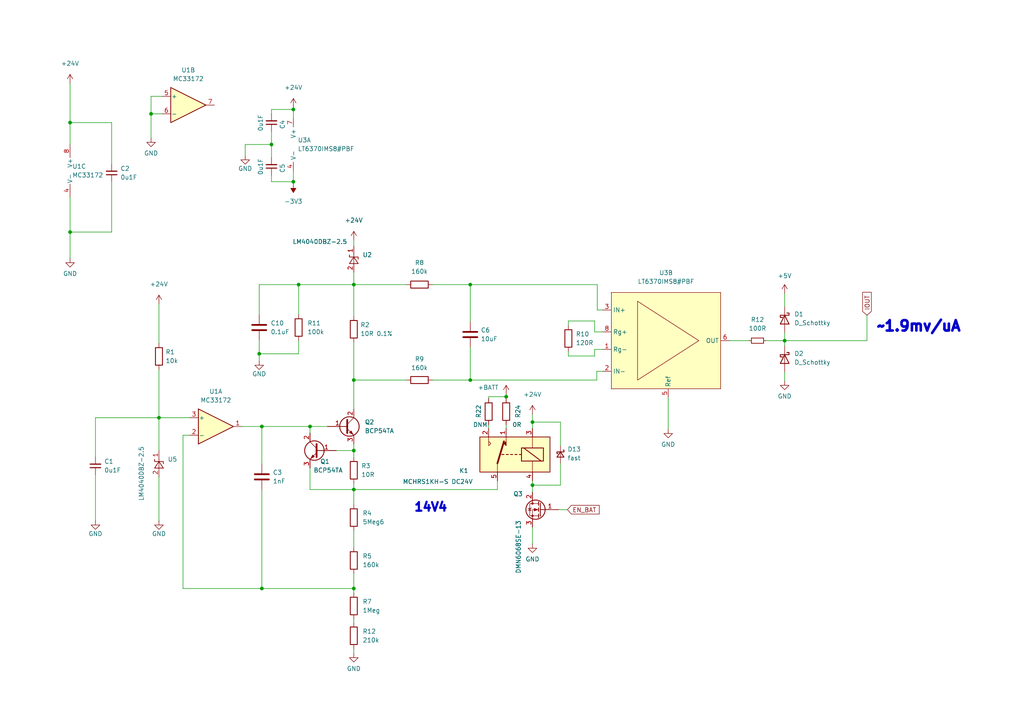
<source format=kicad_sch>
(kicad_sch (version 20231120) (generator "eeschema") (generator_version "8.0")
  (paper "A4")
  (lib_symbols
    (symbol "Amplifier_Operational:MC33172" (pin_names (offset 0.127))
      (property "Reference" "U" (at 0 5.08 0))
      (property "Value" "MC33172" (at 0 -5.08 0))
      (symbol "MC33172_1_1"
        (polyline (pts (xy -5.08 5.08) (xy 5.08 0) (xy -5.08 -5.08) (xy -5.08 5.08)) (stroke (width 0.254)) (fill (type background)))
        (pin output line (at 7.62 0 180) (length 2.54) (name "~") (number "1"))
        (pin input line (at -7.62 -2.54 0) (length 2.54) (name "-") (number "2"))
        (pin input line (at -7.62 2.54 0) (length 2.54) (name "+") (number "3"))
      )
      (symbol "MC33172_2_1"
        (polyline (pts (xy -5.08 5.08) (xy 5.08 0) (xy -5.08 -5.08) (xy -5.08 5.08)) (stroke (width 0.254)) (fill (type background)))
        (pin input line (at -7.62 2.54 0) (length 2.54) (name "+") (number "5"))
        (pin input line (at -7.62 -2.54 0) (length 2.54) (name "-") (number "6"))
        (pin output line (at 7.62 0 180) (length 2.54) (name "~") (number "7"))
      )
      (symbol "MC33172_3_1"
        (pin power_in line (at -2.54 -7.62 90) (length 3.81) (name "V-") (number "4"))
        (pin power_in line (at -2.54 7.62 270) (length 3.81) (name "V+") (number "8"))
      )
    )
    (symbol "Device:C" (pin_numbers hide) (pin_names (offset 0.254))
      (property "Reference" "C" (at 0.635 2.54 0))
      (property "Value" "C" (at 0.635 -2.54 0))
      (symbol "C_0_1"
        (polyline (pts (xy -2.032 -0.762) (xy 2.032 -0.762)) (stroke (width 0.508)))
        (polyline (pts (xy -2.032 0.762) (xy 2.032 0.762)) (stroke (width 0.508)))
      )
      (symbol "C_1_1"
        (pin passive line (at 0 3.81 270) (length 2.794) (name "~") (number "1"))
        (pin passive line (at 0 -3.81 90) (length 2.794) (name "~") (number "2"))
      )
    )
    (symbol "Device:C_Small" (pin_numbers hide) (pin_names (offset 0.254) hide)
      (property "Reference" "C" (at 0.254 1.778 0))
      (property "Value" "C_Small" (at 0.254 -2.032 0))
      (symbol "C_Small_0_1"
        (polyline (pts (xy -1.524 -0.508) (xy 1.524 -0.508)) (stroke (width 0.3302)))
        (polyline (pts (xy -1.524 0.508) (xy 1.524 0.508)) (stroke (width 0.3048)))
      )
      (symbol "C_Small_1_1"
        (pin passive line (at 0 2.54 270) (length 2.032) (name "~") (number "1"))
        (pin passive line (at 0 -2.54 90) (length 2.032) (name "~") (number "2"))
      )
    )
    (symbol "Device:D_Schottky" (pin_numbers hide) (pin_names (offset 1.016) hide)
      (property "Reference" "D" (at 0 2.54 0))
      (property "Value" "D_Schottky" (at 0 -2.54 0))
      (symbol "D_Schottky_0_1"
        (polyline (pts (xy 1.27 0) (xy -1.27 0)))
        (polyline (pts (xy 1.27 1.27) (xy 1.27 -1.27) (xy -1.27 0) (xy 1.27 1.27)) (stroke (width 0.254)))
        (polyline (pts (xy -1.905 0.635) (xy -1.905 1.27) (xy -1.27 1.27) (xy -1.27 -1.27) (xy -0.635 -1.27) (xy -0.635 -0.635)) (stroke (width 0.254)))
      )
      (symbol "D_Schottky_1_1"
        (pin passive line (at -3.81 0 0) (length 2.54) (name "K") (number "1"))
        (pin passive line (at 3.81 0 180) (length 2.54) (name "A") (number "2"))
      )
    )
    (symbol "Device:D_Schottky_Small" (pin_numbers hide) (pin_names (offset 0.254) hide)
      (property "Reference" "D" (at -1.27 2.032 0))
      (property "Value" "D_Schottky_Small" (at -7.112 -2.032 0))
      (symbol "D_Schottky_Small_0_1"
        (polyline (pts (xy -0.762 0) (xy 0.762 0)))
        (polyline (pts (xy 0.762 -1.016) (xy -0.762 0) (xy 0.762 1.016) (xy 0.762 -1.016)) (stroke (width 0.254)))
        (polyline (pts (xy -1.27 0.762) (xy -1.27 1.016) (xy -0.762 1.016) (xy -0.762 -1.016) (xy -0.254 -1.016) (xy -0.254 -0.762)) (stroke (width 0.254)))
      )
      (symbol "D_Schottky_Small_1_1"
        (pin passive line (at -2.54 0 0) (length 1.778) (name "K") (number "1"))
        (pin passive line (at 2.54 0 180) (length 1.778) (name "A") (number "2"))
      )
    )
    (symbol "Device:R" (pin_numbers hide) (pin_names (offset 0))
      (property "Reference" "R" (at 2.032 0 90))
      (property "Value" "R" (at 0 0 90))
      (symbol "R_0_1"
        (rectangle (start -1.016 -2.54) (end 1.016 2.54) (stroke (width 0.254)))
      )
      (symbol "R_1_1"
        (pin passive line (at 0 3.81 270) (length 1.27) (name "~") (number "1"))
        (pin passive line (at 0 -3.81 90) (length 1.27) (name "~") (number "2"))
      )
    )
    (symbol "Device:R_Small" (pin_numbers hide) (pin_names (offset 0.254) hide)
      (property "Reference" "R" (at 0.762 0.508 0))
      (property "Value" "R_Small" (at 0.762 -1.016 0))
      (symbol "R_Small_0_1"
        (rectangle (start -0.762 1.778) (end 0.762 -1.778) (stroke (width 0.2032)))
      )
      (symbol "R_Small_1_1"
        (pin passive line (at 0 2.54 270) (length 0.762) (name "~") (number "1"))
        (pin passive line (at 0 -2.54 90) (length 0.762) (name "~") (number "2"))
      )
    )
    (symbol "GND_1" (power) (pin_names (offset 0))
      (property "Value" "GND_1" (at 0 -3.81 0))
      (symbol "GND_1_0_1"
        (polyline (pts (xy 0 0) (xy 0 -1.27) (xy 1.27 -1.27) (xy 0 -2.54) (xy -1.27 -1.27) (xy 0 -1.27)))
      )
      (symbol "GND_1_1_1"
        (pin power_in line (at 0 0 270) (length 0) hide (name "GND") (number "1"))
      )
    )
    (symbol "GND_2" (power) (pin_names (offset 0))
      (property "Value" "GND_2" (at 0 -3.81 0))
      (symbol "GND_2_0_1"
        (polyline (pts (xy 0 0) (xy 0 -1.27) (xy 1.27 -1.27) (xy 0 -2.54) (xy -1.27 -1.27) (xy 0 -1.27)))
      )
      (symbol "GND_2_1_1"
        (pin power_in line (at 0 0 270) (length 0) hide (name "GND") (number "1"))
      )
    )
    (symbol "MySymbols:LT6370IMS8#PBF"
      (property "Reference" "U" (at 2.54 17.78 0))
      (property "Value" "LT6370IMS8#PBF" (at 1.27 20.32 0))
      (symbol "LT6370IMS8#PBF_1_1"
        (pin input line (at 0 -7.62 90) (length 2.54) (name "V-") (number "4"))
        (pin input line (at 0 7.62 270) (length 2.54) (name "V+") (number "7"))
      )
      (symbol "LT6370IMS8#PBF_2_1"
        (rectangle (start -16.51 13.97) (end 15.24 -13.97) (fill (type background)))
        (polyline (pts (xy -8.89 11.43) (xy -8.89 -11.43) (xy 8.89 0) (xy -8.89 11.43)))
        (pin input line (at -19.05 -2.54 0) (length 2.54) (name "Rg-") (number "1"))
        (pin input line (at -19.05 -8.89 0) (length 2.54) (name "IN-") (number "2"))
        (pin input line (at -19.05 8.89 0) (length 2.54) (name "IN+") (number "3"))
        (pin input line (at 0 -16.51 90) (length 2.54) (name "Ref") (number "5"))
        (pin input line (at 17.78 0 180) (length 2.54) (name "OUT") (number "6"))
        (pin input line (at -19.05 2.54 0) (length 2.54) (name "Rg+") (number "8"))
      )
    )
    (symbol "Reference_Voltage:LM4040DBZ-2.5" (pin_names (offset 0.0254) hide)
      (property "Reference" "U" (at 0 2.54 0))
      (property "Value" "LM4040DBZ-2.5" (at 0 -3.175 0))
      (symbol "LM4040DBZ-2.5_0_1"
        (polyline (pts (xy -1.27 0) (xy 0 0) (xy 1.27 0)))
        (polyline (pts (xy -1.27 -1.27) (xy 0.635 0) (xy -1.27 1.27) (xy -1.27 -1.27)) (stroke (width 0.2032)))
        (polyline (pts (xy 0 -1.27) (xy 0.635 -1.27) (xy 0.635 1.27) (xy 1.27 1.27)) (stroke (width 0.2032)))
      )
      (symbol "LM4040DBZ-2.5_1_1"
        (pin passive line (at 3.81 0 180) (length 2.54) (name "K") (number "1"))
        (pin passive line (at -3.81 0 0) (length 2.54) (name "A") (number "2"))
      )
    )
    (symbol "Relay_SPDT_1"
      (property "Reference" "K3" (at 2.921 -12.192 0))
      (property "Value" "MCHRS1KH-S DC24V" (at 2.921 -14.732 0))
      (symbol "Relay_SPDT_1_0_0"
        (polyline (pts (xy 7.62 5.08) (xy 7.62 2.54) (xy 6.985 3.175) (xy 7.62 3.81)))
      )
      (symbol "Relay_SPDT_1_0_1"
        (rectangle (start -10.16 5.08) (end 10.16 -5.08) (stroke (width 0.254)) (fill (type background)))
        (rectangle (start -8.255 1.905) (end -1.905 -1.905) (stroke (width 0.254)))
        (polyline (pts (xy -7.62 -1.905) (xy -2.54 1.905)) (stroke (width 0.254)))
        (polyline (pts (xy -5.08 -5.08) (xy -5.08 -1.905)))
        (polyline (pts (xy -5.08 5.08) (xy -5.08 1.905)))
        (polyline (pts (xy -1.905 0) (xy -1.27 0)) (stroke (width 0.254)))
        (polyline (pts (xy -0.635 0) (xy 0 0)) (stroke (width 0.254)))
        (polyline (pts (xy 0.635 0) (xy 1.27 0)) (stroke (width 0.254)))
        (polyline (pts (xy 1.905 0) (xy 2.54 0)) (stroke (width 0.254)))
        (polyline (pts (xy 3.175 0) (xy 3.81 0)) (stroke (width 0.254)))
        (polyline (pts (xy 5.08 -2.54) (xy 3.175 3.81)) (stroke (width 0.508)))
        (polyline (pts (xy 5.08 -2.54) (xy 5.08 -5.08)))
        (polyline (pts (xy 2.54 5.08) (xy 2.54 2.54) (xy 3.175 3.175) (xy 2.54 3.81)) (fill (type outline)))
      )
      (symbol "Relay_SPDT_1_1_1"
        (pin passive line (at 2.54 7.62 270) (length 2.54) (name "~") (number "1"))
        (pin passive line (at 7.62 7.62 270) (length 2.54) (name "~") (number "2"))
        (pin passive line (at -5.08 7.62 270) (length 2.54) (name "") (number "3"))
        (pin passive line (at -5.08 -7.62 90) (length 2.54) (name "~") (number "4"))
        (pin passive line (at 5.08 -7.62 90) (length 2.54) (name "~") (number "5"))
      )
    )
    (symbol "Transistor_BJT:BCP56" (pin_names (offset 0) hide)
      (property "Reference" "Q" (at 5.08 1.905 0))
      (property "Value" "BCP56" (at 5.08 0 0))
      (symbol "BCP56_0_1"
        (polyline (pts (xy 0.635 0.635) (xy 2.54 2.54)))
        (polyline (pts (xy 0.635 -0.635) (xy 2.54 -2.54) (xy 2.54 -2.54)))
        (polyline (pts (xy 0.635 1.905) (xy 0.635 -1.905) (xy 0.635 -1.905)) (stroke (width 0.508)))
        (polyline (pts (xy 1.27 -1.778) (xy 1.778 -1.27) (xy 2.286 -2.286) (xy 1.27 -1.778) (xy 1.27 -1.778)) (fill (type outline)))
        (circle (center 1.27 0) (radius 2.8194) (stroke (width 0.254)))
      )
      (symbol "BCP56_1_1"
        (pin input line (at -5.08 0 0) (length 5.715) (name "B") (number "1"))
        (pin passive line (at 2.54 5.08 270) (length 2.54) (name "C") (number "2"))
        (pin passive line (at 2.54 -5.08 90) (length 2.54) (name "E") (number "3"))
        (pin passive line (at 2.54 5.08 270) (length 2.54) hide (name "C") (number "4"))
      )
    )
    (symbol "Transistor_FET:BSP129" (pin_names hide)
      (property "Reference" "Q" (at 5.08 1.905 0))
      (property "Value" "BSP129" (at 5.08 0 0))
      (symbol "BSP129_0_1"
        (polyline (pts (xy 0.254 0) (xy -2.54 0)))
        (polyline (pts (xy 0.254 1.905) (xy 0.254 -1.905)) (stroke (width 0.254)))
        (polyline (pts (xy 0.762 -1.27) (xy 0.762 -2.286)) (stroke (width 0.254)))
        (polyline (pts (xy 0.762 0.508) (xy 0.762 -0.508)) (stroke (width 0.254)))
        (polyline (pts (xy 0.762 2.286) (xy 0.762 1.27)) (stroke (width 0.254)))
        (polyline (pts (xy 2.54 2.54) (xy 2.54 1.778)))
        (polyline (pts (xy 2.54 -2.54) (xy 2.54 0) (xy 0.762 0)))
        (polyline (pts (xy 0.762 -1.778) (xy 3.302 -1.778) (xy 3.302 1.778) (xy 0.762 1.778)))
        (polyline (pts (xy 1.016 0) (xy 2.032 0.381) (xy 2.032 -0.381) (xy 1.016 0)) (fill (type outline)))
        (polyline (pts (xy 2.794 0.508) (xy 2.921 0.381) (xy 3.683 0.381) (xy 3.81 0.254)))
        (polyline (pts (xy 3.302 0.381) (xy 2.921 -0.254) (xy 3.683 -0.254) (xy 3.302 0.381)))
        (circle (center 1.651 0) (radius 2.794) (stroke (width 0.254)))
        (circle (center 2.54 -1.778) (radius 0.254) (fill (type outline)))
        (circle (center 2.54 1.778) (radius 0.254) (fill (type outline)))
      )
      (symbol "BSP129_1_1"
        (pin input line (at -5.08 0 0) (length 5.08) (name "G") (number "1"))
        (pin passive line (at 2.54 5.08 270) (length 2.54) (name "D") (number "2"))
        (pin passive line (at 2.54 -5.08 90) (length 2.54) (name "S") (number "3"))
      )
    )
    (symbol "power:+24V" (power) (pin_names (offset 0))
      (property "Value" "+24V" (at 0 3.556 0))
      (symbol "+24V_0_1"
        (polyline (pts (xy -0.762 1.27) (xy 0 2.54)))
        (polyline (pts (xy 0 0) (xy 0 2.54)))
        (polyline (pts (xy 0 2.54) (xy 0.762 1.27)))
      )
      (symbol "+24V_1_1"
        (pin power_in line (at 0 0 90) (length 0) hide (name "+24V") (number "1"))
      )
    )
    (symbol "power:+5V" (power) (pin_numbers hide) (pin_names (offset 0) hide)
      (property "Value" "+5V" (at 0 3.556 0))
      (symbol "+5V_0_1"
        (polyline (pts (xy -0.762 1.27) (xy 0 2.54)))
        (polyline (pts (xy 0 0) (xy 0 2.54)))
        (polyline (pts (xy 0 2.54) (xy 0.762 1.27)))
      )
      (symbol "+5V_1_1"
        (pin power_in line (at 0 0 90) (length 0) (name "~") (number "1"))
      )
    )
    (symbol "power:+BATT" (power) (pin_names (offset 0))
      (property "Value" "+BATT" (at 0 3.556 0))
      (symbol "+BATT_0_1"
        (polyline (pts (xy -0.762 1.27) (xy 0 2.54)))
        (polyline (pts (xy 0 0) (xy 0 2.54)))
        (polyline (pts (xy 0 2.54) (xy 0.762 1.27)))
      )
      (symbol "+BATT_1_1"
        (pin power_in line (at 0 0 90) (length 0) hide (name "+BATT") (number "1"))
      )
    )
    (symbol "power:-3V3" (power) (pin_names (offset 0))
      (property "Value" "-3V3" (at 0 3.81 0))
      (symbol "-3V3_0_0"
        (pin power_in line (at 0 0 90) (length 0) hide (name "-3V3") (number "1"))
      )
      (symbol "-3V3_0_1"
        (polyline (pts (xy 0 0) (xy 0 1.27) (xy 0.762 1.27) (xy 0 2.54) (xy -0.762 1.27) (xy 0 1.27)) (fill (type outline)))
      )
    )
    (symbol "power:GND" (power) (pin_names (offset 0))
      (property "Value" "GND" (at 0 -3.81 0))
      (symbol "GND_0_1"
        (polyline (pts (xy 0 0) (xy 0 -1.27) (xy 1.27 -1.27) (xy 0 -2.54) (xy -1.27 -1.27) (xy 0 -1.27)))
      )
      (symbol "GND_1_1"
        (pin power_in line (at 0 0 270) (length 0) hide (name "GND") (number "1"))
      )
    )
  )
  (junction (at 75.946 123.698))
  (junction (at 75.946 170.688))
  (junction (at 75.184 102.616))
  (junction (at 85.09 31.75))
  (junction (at 102.616 170.688))
  (junction (at 46.101 121.158))
  (junction (at 154.432 122.428))
  (junction (at 86.614 82.55))
  (junction (at 102.616 110.236))
  (junction (at 154.432 140.716))
  (junction (at 78.74 41.91))
  (junction (at 89.916 123.698))
  (junction (at 136.398 82.55))
  (junction (at 102.616 82.55))
  (junction (at 227.584 98.806))
  (junction (at 136.398 110.236))
  (junction (at 85.09 52.705))
  (junction (at 20.32 67.31))
  (junction (at 146.812 115.062))
  (junction (at 43.815 33.02))
  (junction (at 102.616 130.683))
  (junction (at 102.616 141.986))
  (junction (at 20.32 35.56))
  (wire (pts (xy 102.616 153.924) (xy 102.616 158.75)))
  (wire (pts (xy 227.584 107.95) (xy 227.584 110.49)))
  (wire (pts (xy 53.086 170.688) (xy 75.946 170.688)))
  (wire (pts (xy 136.398 110.363) (xy 136.398 110.236)))
  (wire (pts (xy 193.802 115.316) (xy 193.802 124.46)))
  (wire (pts (xy 46.101 88.138) (xy 46.101 99.568)))
  (wire (pts (xy 75.184 91.186) (xy 75.184 82.55)))
  (wire (pts (xy 32.385 35.56) (xy 32.385 47.625)))
  (wire (pts (xy 75.184 98.806) (xy 75.184 102.616)))
  (wire (pts (xy 154.432 122.428) (xy 162.56 122.428)))
  (wire (pts (xy 97.536 130.683) (xy 102.616 130.683)))
  (wire (pts (xy 89.916 135.763) (xy 89.916 141.986)))
  (wire (pts (xy 125.476 82.55) (xy 136.398 82.55)))
  (wire (pts (xy 102.616 141.986) (xy 144.272 141.986)))
  (wire (pts (xy 53.086 126.238) (xy 53.086 170.688)))
  (wire (pts (xy 102.616 188.214) (xy 102.616 189.484)))
  (wire (pts (xy 20.32 24.13) (xy 20.32 35.56)))
  (wire (pts (xy 102.616 170.688) (xy 102.616 171.958)))
  (wire (pts (xy 141.732 123.19) (xy 141.732 124.206)))
  (wire (pts (xy 125.476 110.236) (xy 136.398 110.236)))
  (wire (pts (xy 78.74 31.75) (xy 85.09 31.75)))
  (wire (pts (xy 94.996 123.698) (xy 89.916 123.698)))
  (wire (pts (xy 227.584 96.52) (xy 227.584 98.806)))
  (wire (pts (xy 154.432 142.748) (xy 154.432 140.716)))
  (wire (pts (xy 75.184 82.55) (xy 86.614 82.55)))
  (wire (pts (xy 172.466 103.251) (xy 164.846 103.251)))
  (wire (pts (xy 251.46 91.44) (xy 251.46 98.806)))
  (wire (pts (xy 89.916 141.986) (xy 102.616 141.986)))
  (wire (pts (xy 102.616 110.236) (xy 102.616 118.618)))
  (wire (pts (xy 43.815 33.02) (xy 46.99 33.02)))
  (wire (pts (xy 71.12 45.085) (xy 71.12 41.91)))
  (wire (pts (xy 78.74 41.91) (xy 78.74 45.72)))
  (wire (pts (xy 102.616 166.37) (xy 102.616 170.688)))
  (wire (pts (xy 172.466 101.346) (xy 172.466 103.251)))
  (wire (pts (xy 86.614 98.806) (xy 86.614 102.616)))
  (wire (pts (xy 154.432 122.428) (xy 154.432 124.206)))
  (wire (pts (xy 75.946 170.688) (xy 102.616 170.688)))
  (wire (pts (xy 102.616 78.994) (xy 102.616 82.55)))
  (wire (pts (xy 43.815 27.94) (xy 43.815 33.02)))
  (wire (pts (xy 75.946 123.698) (xy 89.916 123.698)))
  (wire (pts (xy 102.616 128.778) (xy 102.616 130.683)))
  (wire (pts (xy 78.74 52.705) (xy 85.09 52.705)))
  (wire (pts (xy 172.466 93.091) (xy 164.846 93.091)))
  (wire (pts (xy 154.432 140.716) (xy 162.56 140.716)))
  (wire (pts (xy 20.32 57.15) (xy 20.32 67.31)))
  (wire (pts (xy 211.582 98.806) (xy 217.17 98.806)))
  (wire (pts (xy 78.74 50.8) (xy 78.74 52.705)))
  (wire (pts (xy 53.086 126.238) (xy 54.991 126.238)))
  (wire (pts (xy 136.398 82.55) (xy 173.228 82.55)))
  (wire (pts (xy 75.184 102.616) (xy 75.184 104.648)))
  (wire (pts (xy 102.616 82.55) (xy 102.616 91.694)))
  (wire (pts (xy 102.616 99.314) (xy 102.616 110.236)))
  (wire (pts (xy 173.228 89.916) (xy 173.228 82.55)))
  (wire (pts (xy 146.812 115.062) (xy 146.812 115.57)))
  (wire (pts (xy 20.32 35.56) (xy 32.385 35.56)))
  (wire (pts (xy 172.466 96.266) (xy 172.466 93.091)))
  (wire (pts (xy 141.732 115.062) (xy 146.812 115.062)))
  (wire (pts (xy 162.052 147.828) (xy 164.592 147.828)))
  (wire (pts (xy 162.56 134.366) (xy 162.56 140.716)))
  (wire (pts (xy 46.101 121.158) (xy 54.991 121.158)))
  (wire (pts (xy 46.99 27.94) (xy 43.815 27.94)))
  (wire (pts (xy 174.752 89.916) (xy 173.228 89.916)))
  (wire (pts (xy 46.101 138.303) (xy 46.101 151.003)))
  (wire (pts (xy 164.846 103.251) (xy 164.846 101.981)))
  (wire (pts (xy 78.74 33.02) (xy 78.74 31.75)))
  (wire (pts (xy 102.616 82.55) (xy 117.856 82.55)))
  (wire (pts (xy 172.466 101.346) (xy 174.752 101.346)))
  (wire (pts (xy 75.946 123.698) (xy 75.946 134.493)))
  (wire (pts (xy 227.584 98.806) (xy 251.46 98.806)))
  (wire (pts (xy 43.815 33.02) (xy 43.815 40.005)))
  (wire (pts (xy 102.616 141.986) (xy 102.616 146.304)))
  (wire (pts (xy 27.686 121.158) (xy 46.101 121.158)))
  (wire (pts (xy 78.74 38.1) (xy 78.74 41.91)))
  (wire (pts (xy 20.32 67.31) (xy 20.32 74.93)))
  (wire (pts (xy 85.09 49.53) (xy 85.09 52.705)))
  (wire (pts (xy 154.432 140.716) (xy 154.432 139.446)))
  (wire (pts (xy 70.231 123.698) (xy 75.946 123.698)))
  (wire (pts (xy 86.614 82.55) (xy 86.614 91.186)))
  (wire (pts (xy 154.432 152.908) (xy 154.432 157.734)))
  (wire (pts (xy 136.398 82.55) (xy 136.398 93.218)))
  (wire (pts (xy 102.616 69.624) (xy 102.616 71.374)))
  (wire (pts (xy 85.09 53.34) (xy 85.09 52.705)))
  (wire (pts (xy 27.686 137.668) (xy 27.686 151.003)))
  (wire (pts (xy 20.32 67.31) (xy 32.385 67.31)))
  (wire (pts (xy 102.616 110.236) (xy 117.856 110.236)))
  (wire (pts (xy 46.101 107.188) (xy 46.101 121.158)))
  (wire (pts (xy 174.752 107.696) (xy 173.101 107.696)))
  (wire (pts (xy 136.398 110.236) (xy 173.101 110.236)))
  (wire (pts (xy 162.56 129.286) (xy 162.56 122.428)))
  (wire (pts (xy 146.812 114.3) (xy 146.812 115.062)))
  (wire (pts (xy 144.272 139.446) (xy 144.272 141.986)))
  (wire (pts (xy 174.752 96.266) (xy 172.466 96.266)))
  (wire (pts (xy 89.916 123.698) (xy 89.916 125.603)))
  (wire (pts (xy 227.584 98.806) (xy 227.584 100.33)))
  (wire (pts (xy 46.101 121.158) (xy 46.101 130.683)))
  (wire (pts (xy 136.398 100.838) (xy 136.398 110.236)))
  (wire (pts (xy 102.616 179.578) (xy 102.616 180.594)))
  (wire (pts (xy 86.614 82.55) (xy 102.616 82.55)))
  (wire (pts (xy 154.432 120.142) (xy 154.432 122.428)))
  (wire (pts (xy 27.686 132.588) (xy 27.686 121.158)))
  (wire (pts (xy 227.584 85.09) (xy 227.584 88.9)))
  (wire (pts (xy 32.385 67.31) (xy 32.385 52.705)))
  (wire (pts (xy 75.946 142.113) (xy 75.946 170.688)))
  (wire (pts (xy 102.616 141.986) (xy 102.616 140.208)))
  (wire (pts (xy 164.846 93.091) (xy 164.846 94.361)))
  (wire (pts (xy 85.09 31.75) (xy 85.09 34.29)))
  (wire (pts (xy 20.32 35.56) (xy 20.32 41.91)))
  (wire (pts (xy 173.101 107.696) (xy 173.101 110.236)))
  (wire (pts (xy 71.12 41.91) (xy 78.74 41.91)))
  (wire (pts (xy 222.25 98.806) (xy 227.584 98.806)))
  (wire (pts (xy 86.614 102.616) (xy 75.184 102.616)))
  (wire (pts (xy 102.616 130.683) (xy 102.616 132.588)))
  (wire (pts (xy 146.812 123.19) (xy 146.812 124.206)))
  (wire (pts (xy 85.09 31.115) (xy 85.09 31.75)))
  (wire (pts (xy 141.732 115.57) (xy 141.732 115.062)))
  (text "14V4" (at 119.888 148.717 0) (effects (font (size 2.5 2.5) (thickness 1) (bold yes)) (justify left bottom)))
  (text "~1.9mv/uA" (at 254 96.52 0) (effects (font (size 3 3) (thickness 1) (bold yes)) (justify left bottom)))
  (global_label "IOUT" (shape input) (at 251.46 91.44 90) (property "Intersheetrefs" "${INTERSHEET_REFS}" (effects (hide yes))))
  (global_label "EN_BAT" (shape input) (at 164.592 147.828 0) (property "Intersheetrefs" "${INTERSHEET_REFS}" (effects (hide yes))))
  (symbol (lib_id "Transistor_BJT:BCP56") (at 92.456 130.683 0) (mirror y) (unit 1)
    (property "Reference" "Q1" (at 95.631 133.858 0) (effects (justify left)))
    (property "Value" "BCP54TA" (at 99.441 136.398 0) (effects (justify left)))
    (property "Footprint" "Package_TO_SOT_SMD:SOT-223-3_TabPin2" (effects (hide yes)))
    (property "Datasheet" "https://4donline.ihs.com/images/VipMasterIC/IC/DIOD/DIOD-S-A0011743495/DIOD-S-A0011743496-1.pdf?hkey=6D3A4C79FDBF58556ACFDE234799DDF0" (effects (hide yes)))
    (property "FARNELL" "3943121" (effects (hide yes)))
  )
  (symbol (lib_id "Reference_Voltage:LM4040DBZ-2.5") (at 102.616 75.184 90) (unit 1)
    (property "Reference" "U2" (at 105.156 73.914 90) (effects (justify right)))
    (property "Value" "LM4040DBZ-2.5" (at 84.836 70.104 90) (effects (justify right)))
    (property "Footprint" "Package_TO_SOT_SMD:SOT-23" (effects (hide yes)))
    (property "Datasheet" "http://www.ti.com/lit/ds/symlink/lm4040-n.pdf" (effects (hide yes)))
    (instances (project "CurrentBoard" (path "" (reference "U2") (unit 1))) (project "TestBoardArduino" (path "" (reference "U4") (unit 1))))
  )
  (symbol (lib_id "Device:C") (at 136.398 97.028 0) (unit 1)
    (property "Reference" "C6" (at 139.446 95.758 0) (effects (justify left)))
    (property "Value" "10uF" (at 139.446 98.298 0) (effects (justify left)))
    (property "Footprint" "Capacitor_SMD:C_0805_2012Metric_Pad1.18x1.45mm_HandSolder" (effects (hide yes)))
    (property "FARNELL" "2611936" (effects (hide yes)))
    (instances (project "CurrentBoard" (path "" (reference "C6") (unit 1))) (project "TestBoardArduino" (path "" (reference "C7") (unit 1))))
  )
  (symbol (lib_id "MySymbols:LT6370IMS8#PBF") (at 85.09 41.91 0) (unit 1)
    (property "Reference" "U3" (at 86.36 40.6399 0) (effects (justify left)))
    (property "Value" "LT6370IMS8#PBF" (at 86.36 43.1799 0) (effects (justify left)))
    (property "Footprint" "Package_SO:TSSOP-8_3x3mm_P0.65mm" (effects (hide yes)))
    (property "Farnell" "4021091" (effects (hide yes)))
  )
  (symbol (lib_id "Amplifier_Operational:MC33172") (at 54.61 30.48 0) (unit 2)
    (property "Reference" "U1" (at 54.61 20.32 0))
    (property "Value" "MC33172" (at 54.61 22.86 0))
    (property "Footprint" "Package_SO:SO-8_3.9x4.9mm_P1.27mm" (effects (hide yes)))
    (property "Datasheet" "http://www.onsemi.com/pub/Collateral/MC33171-D.PDF" (effects (hide yes)))
    (property "Farnell" "3367318" (effects (hide yes)))
  )
  (symbol (lib_id "Transistor_FET:BSP129") (at 156.972 147.828 0) (mirror y) (unit 1)
    (property "Reference" "Q3" (at 151.638 143.256 0) (effects (justify left)))
    (property "Value" "DMN6068SE-13" (at 150.368 166.37 90) (effects (justify left)))
    (property "Footprint" "Package_TO_SOT_SMD:SOT-223-3_TabPin2" (effects (hide yes)))
    (property "Datasheet" "https://www.infineon.com/dgdl/Infineon-BSP129-DS-v01_42-en.pdf?fileId=db3a30433c1a8752013c1fc296d2395f" (effects (hide yes)))
    (property "Description" "0.35A Id, 240V Vds, N-Channel MOSFET, SOT-223" (effects (hide yes)))
  )
  (symbol (lib_name "GND_2") (lib_id "power:GND") (at 20.32 74.93 0) (unit 1)
    (property "Reference" "#PWR0107" (effects (hide yes)))
    (property "Value" "GND" (at 20.32 79.375 0))
    (instances (project "CurrentBoard" (path "" (reference "#PWR0107") (unit 1))) (project "TestBoardArduino" (path "" (reference "#PWR02") (unit 1))))
  )
  (symbol (lib_id "Device:C") (at 75.184 94.996 0) (unit 1)
    (property "Reference" "C10" (at 78.486 93.726 0) (effects (justify left)))
    (property "Value" "0.1uF" (at 78.486 96.266 0) (effects (justify left)))
    (property "Footprint" "Capacitor_SMD:C_0805_2012Metric_Pad1.18x1.45mm_HandSolder" (effects (hide yes)))
    (property "FARNELL" "2611936" (effects (hide yes)))
    (instances (project "CurrentBoard" (path "" (reference "C10") (unit 1))) (project "TestBoardArduino" (path "" (reference "C3") (unit 1))))
  )
  (symbol (lib_id "power:-3V3") (at 85.09 53.34 180) (unit 1)
    (property "Reference" "#PWR010" (effects (hide yes)))
    (property "Value" "-3V3" (at 85.09 58.42 0))
  )
  (symbol (lib_id "Device:R") (at 141.732 119.38 0) (unit 1)
    (property "Reference" "R22" (at 138.811 121.285 90) (effects (justify left)))
    (property "Value" "DNM" (at 137.16 123.19 0) (effects (justify left)))
    (property "Footprint" "Resistor_SMD:R_0805_2012Metric_Pad1.20x1.40mm_HandSolder" (effects (hide yes)))
  )
  (symbol (lib_id "power:+24V") (at 85.09 31.115 0) (unit 1)
    (property "Reference" "#PWR0104" (effects (hide yes)))
    (property "Value" "+24V" (at 85.09 25.4 0))
    (instances (project "CurrentBoard" (path "" (reference "#PWR0104") (unit 1))) (project "TestBoardArduino" (path "" (reference "#PWR09") (unit 1))))
  )
  (symbol (lib_id "Device:D_Schottky_Small") (at 162.56 131.826 270) (unit 1)
    (property "Reference" "D13" (at 164.592 130.3019 90) (effects (justify left)))
    (property "Value" "fast" (at 164.592 132.8419 90) (effects (justify left)))
    (property "Footprint" "Diode_SMD:D_SOD-128" (effects (hide yes)))
    (property "Farnell" "1829204" (effects (hide yes)))
  )
  (symbol (lib_id "power:+24V") (at 20.32 24.13 0) (unit 1)
    (property "Reference" "#PWR0108" (effects (hide yes)))
    (property "Value" "+24V" (at 20.32 18.415 0))
    (instances (project "CurrentBoard" (path "" (reference "#PWR0108") (unit 1))) (project "TestBoardArduino" (path "" (reference "#PWR01") (unit 1))))
  )
  (symbol (lib_id "Device:R") (at 146.812 119.38 0) (unit 1)
    (property "Reference" "R24" (at 150.241 121.285 90) (effects (justify left)))
    (property "Value" "0R" (at 148.59 123.19 0) (effects (justify left)))
    (property "Footprint" "Resistor_SMD:R_0805_2012Metric_Pad1.20x1.40mm_HandSolder" (effects (hide yes)))
  )
  (symbol (lib_id "power:GND") (at 75.184 104.648 0) (unit 1)
    (property "Reference" "#PWR02" (effects (hide yes)))
    (property "Value" "GND" (at 75.184 108.458 0))
    (instances (project "CurrentBoard" (path "" (reference "#PWR02") (unit 1))) (project "TestBoardArduino" (path "" (reference "#PWR08") (unit 1))))
  )
  (symbol (lib_id "power:GND") (at 71.12 45.085 0) (unit 1)
    (property "Reference" "#PWR0101" (effects (hide yes)))
    (property "Value" "GND" (at 71.12 48.895 0))
    (instances (project "CurrentBoard" (path "" (reference "#PWR0101") (unit 1))) (project "TestBoardArduino" (path "" (reference "#PWR07") (unit 1))))
  )
  (symbol (lib_id "Device:C") (at 75.946 138.303 0) (unit 1)
    (property "Reference" "C3" (at 79.121 137.0329 0) (effects (justify left)))
    (property "Value" "1nF" (at 79.121 139.5729 0) (effects (justify left)))
    (property "Footprint" "Capacitor_SMD:C_0805_2012Metric_Pad1.18x1.45mm_HandSolder" (effects (hide yes)))
    (instances (project "CurrentBoard" (path "" (reference "C3") (unit 1))) (project "TestBoardArduino" (path "" (reference "C4") (unit 1))))
  )
  (symbol (lib_id "Device:R") (at 102.616 175.768 0) (unit 1)
    (property "Reference" "R7" (at 105.156 174.498 0) (effects (justify left)))
    (property "Value" "1Meg" (at 105.156 177.038 0) (effects (justify left)))
    (property "Footprint" "Resistor_SMD:R_0805_2012Metric_Pad1.20x1.40mm_HandSolder" (effects (hide yes)))
  )
  (symbol (lib_id "power:GND") (at 193.802 124.46 0) (unit 1)
    (property "Reference" "#PWR0111" (effects (hide yes)))
    (property "Value" "GND" (at 193.802 128.905 0))
    (instances (project "CurrentBoard" (path "" (reference "#PWR0111") (unit 1))) (project "TestBoardArduino" (path "" (reference "#PWR016") (unit 1))))
  )
  (symbol (lib_id "MySymbols:LT6370IMS8#PBF") (at 193.802 98.806 0) (unit 2)
    (property "Reference" "U3" (at 193.167 79.121 0))
    (property "Value" "LT6370IMS8#PBF" (at 193.167 81.661 0))
    (property "Footprint" "Package_SO:TSSOP-8_3x3mm_P0.65mm" (effects (hide yes)))
    (property "Farnell" "4021091" (effects (hide yes)))
  )
  (symbol (lib_id "Device:R") (at 121.666 110.236 90) (unit 1)
    (property "Reference" "R9" (at 121.666 104.14 90))
    (property "Value" "160k" (at 121.666 106.68 90))
    (property "Footprint" "Resistor_SMD:R_0805_2012Metric_Pad1.20x1.40mm_HandSolder" (effects (hide yes)))
    (property "FARNELL" "2447640" (effects (hide yes)))
    (instances (project "CurrentBoard" (path "" (reference "R9") (unit 1))) (project "TestBoardArduino" (path "" (reference "R10") (unit 1))))
  )
  (symbol (lib_id "Transistor_BJT:BCP56") (at 100.076 123.698 0) (unit 1)
    (property "Reference" "Q2" (at 105.791 122.4279 0) (effects (justify left)))
    (property "Value" "BCP54TA" (at 105.791 124.9679 0) (effects (justify left)))
    (property "Footprint" "Package_TO_SOT_SMD:SOT-223-3_TabPin2" (effects (hide yes)))
    (property "Datasheet" "https://4donline.ihs.com/images/VipMasterIC/IC/DIOD/DIOD-S-A0011743495/DIOD-S-A0011743496-1.pdf?hkey=6D3A4C79FDBF58556ACFDE234799DDF0" (effects (hide yes)))
    (property "FARNELL" "3943121" (effects (hide yes)))
  )
  (symbol (lib_id "Device:C_Small") (at 78.74 48.26 180) (unit 1)
    (property "Reference" "C5" (at 81.915 50.165 90) (effects (justify right)))
    (property "Value" "0u1F" (at 75.565 50.8 90) (effects (justify right)))
    (property "Footprint" "Capacitor_SMD:C_0805_2012Metric_Pad1.18x1.45mm_HandSolder" (effects (hide yes)))
    (instances (project "CurrentBoard" (path "" (reference "C5") (unit 1))) (project "TestBoardArduino" (path "" (reference "C6") (unit 1))))
  )
  (symbol (lib_id "Device:R_Small") (at 219.71 98.806 90) (unit 1)
    (property "Reference" "R12" (at 219.71 92.71 90))
    (property "Value" "100R" (at 219.71 95.25 90))
    (property "Footprint" "Resistor_SMD:R_0805_2012Metric_Pad1.20x1.40mm_HandSolder" (effects (hide yes)))
  )
  (symbol (lib_id "power:GND") (at 154.432 157.734 0) (unit 1)
    (property "Reference" "#PWR014" (effects (hide yes)))
    (property "Value" "GND" (at 154.432 162.179 0))
  )
  (symbol (lib_id "Device:R") (at 102.616 95.504 0) (unit 1)
    (property "Reference" "R2" (at 104.521 94.2339 0) (effects (justify left)))
    (property "Value" "10R 0.1%" (at 104.521 96.7739 0) (effects (justify left)))
    (property "Footprint" "Resistor_SMD:R_0805_2012Metric_Pad1.20x1.40mm_HandSolder" (effects (hide yes)))
    (property "FARNELL" "2447640" (effects (hide yes)))
    (instances (project "CurrentBoard" (path "" (reference "R2") (unit 1))) (project "TestBoardArduino" (path "" (reference "R3") (unit 1))))
  )
  (symbol (lib_id "power:+24V") (at 154.432 120.142 0) (unit 1)
    (property "Reference" "#PWR015" (effects (hide yes)))
    (property "Value" "+24V" (at 154.432 114.427 0))
  )
  (symbol (lib_id "Device:R") (at 102.616 136.398 0) (unit 1)
    (property "Reference" "R3" (at 104.775 135.128 0) (effects (justify left)))
    (property "Value" "10R" (at 104.775 137.668 0) (effects (justify left)))
    (property "Footprint" "Resistor_SMD:R_0805_2012Metric_Pad1.20x1.40mm_HandSolder" (effects (hide yes)))
    (property "FARNELL" "2447640" (effects (hide yes)))
    (instances (project "CurrentBoard" (path "" (reference "R3") (unit 1))) (project "TestBoardArduino" (path "" (reference "R4") (unit 1))))
  )
  (symbol (lib_id "Device:R") (at 102.616 150.114 0) (unit 1)
    (property "Reference" "R4" (at 105.156 148.844 0) (effects (justify left)))
    (property "Value" "5Meg6" (at 105.156 151.384 0) (effects (justify left)))
    (property "Footprint" "Resistor_SMD:R_0805_2012Metric_Pad1.20x1.40mm_HandSolder" (effects (hide yes)))
    (instances (project "CurrentBoard" (path "" (reference "R4") (unit 1))) (project "TestBoardArduino" (path "" (reference "R5") (unit 1))))
  )
  (symbol (lib_name "Relay_SPDT_1") (lib_id "Relay:Relay_SPDT") (at 149.352 131.826 0) (mirror y) (unit 1)
    (property "Reference" "K1" (at 135.89 136.525 0) (effects (justify left)))
    (property "Value" "MCHRS1KH-S DC24V" (at 137.16 139.7 0) (effects (justify left)))
    (property "Footprint" "MyFootPrints:MCHRS1KH-S" (effects (hide yes)))
    (property "Description" "Monostable Relay SPDT, EN50005" (effects (hide yes)))
  )
  (symbol (lib_id "power:GND") (at 102.616 189.484 0) (unit 1)
    (property "Reference" "#PWR03" (effects (hide yes)))
    (property "Value" "GND" (at 102.616 193.929 0))
    (instances (project "CurrentBoard" (path "" (reference "#PWR03") (unit 1))) (project "TestBoardArduino" (path "" (reference "#PWR012") (unit 1))))
  )
  (symbol (lib_id "Reference_Voltage:LM4040DBZ-2.5") (at 46.101 134.493 90) (unit 1)
    (property "Reference" "U5" (at 48.641 133.223 90) (effects (justify right)))
    (property "Value" "LM4040DBZ-2.5" (at 41.021 129.413 0) (effects (justify right)))
    (property "Footprint" "Package_TO_SOT_SMD:SOT-23" (effects (hide yes)))
    (property "Datasheet" "http://www.ti.com/lit/ds/symlink/lm4040-n.pdf" (effects (hide yes)))
    (instances (project "CurrentBoard" (path "" (reference "U5") (unit 1))) (project "TestBoardArduino" (path "" (reference "U2") (unit 1))))
  )
  (symbol (lib_id "power:GND") (at 227.584 110.49 0) (unit 1)
    (property "Reference" "#PWR0111" (effects (hide yes)))
    (property "Value" "GND" (at 227.584 114.935 0))
    (instances (project "CurrentBoard" (path "" (reference "#PWR0111") (unit 1))) (project "TestBoardArduino" (path "" (reference "#PWR017") (unit 1))))
  )
  (symbol (lib_id "Device:R") (at 121.666 82.55 90) (unit 1)
    (property "Reference" "R8" (at 121.666 76.2 90))
    (property "Value" "160k" (at 121.666 78.74 90))
    (property "Footprint" "Resistor_SMD:R_0805_2012Metric_Pad1.20x1.40mm_HandSolder" (effects (hide yes)))
    (property "FARNELL" "2447640" (effects (hide yes)))
    (instances (project "CurrentBoard" (path "" (reference "R8") (unit 1))) (project "TestBoardArduino" (path "" (reference "R9") (unit 1))))
  )
  (symbol (lib_id "Device:R") (at 102.616 162.56 0) (unit 1)
    (property "Reference" "R5" (at 105.156 161.29 0) (effects (justify left)))
    (property "Value" "160k" (at 105.156 163.83 0) (effects (justify left)))
    (property "Footprint" "Resistor_SMD:R_0805_2012Metric_Pad1.20x1.40mm_HandSolder" (effects (hide yes)))
    (instances (project "CurrentBoard" (path "" (reference "R5") (unit 1))) (project "TestBoardArduino" (path "" (reference "R6") (unit 1))))
  )
  (symbol (lib_id "Device:R") (at 86.614 94.996 0) (unit 1)
    (property "Reference" "R11" (at 89.154 93.726 0) (effects (justify left)))
    (property "Value" "100k" (at 89.154 96.266 0) (effects (justify left)))
    (property "Footprint" "Resistor_SMD:R_0805_2012Metric_Pad1.20x1.40mm_HandSolder" (effects (hide yes)))
    (property "FARNELL" "2447640" (effects (hide yes)))
    (instances (project "CurrentBoard" (path "" (reference "R11") (unit 1))) (project "TestBoardArduino" (path "" (reference "R2") (unit 1))))
  )
  (symbol (lib_id "Device:D_Schottky") (at 227.584 104.14 270) (unit 1)
    (property "Reference" "D2" (at 230.378 102.5525 90) (effects (justify left)))
    (property "Value" "D_Schottky" (at 230.378 105.0925 90) (effects (justify left)))
    (property "Footprint" "Diode_SMD:D_SOD-323" (effects (hide yes)))
    (property "Farnell" "1467544" (effects (hide yes)))
  )
  (symbol (lib_id "power:GND") (at 46.101 151.003 0) (unit 1)
    (property "Reference" "#PWR0110" (effects (hide yes)))
    (property "Value" "GND" (at 46.101 154.813 0))
    (instances (project "CurrentBoard" (path "" (reference "#PWR0110") (unit 1))) (project "TestBoardArduino" (path "" (reference "#PWR06") (unit 1))))
  )
  (symbol (lib_id "Device:C_Small") (at 27.686 135.128 180) (unit 1)
    (property "Reference" "C1" (at 30.226 133.8515 0) (effects (justify right)))
    (property "Value" "0u1F" (at 30.226 136.3915 0) (effects (justify right)))
    (property "Footprint" "Capacitor_SMD:C_0805_2012Metric_Pad1.18x1.45mm_HandSolder" (effects (hide yes)))
  )
  (symbol (lib_id "Device:R") (at 164.846 98.171 180) (unit 1)
    (property "Reference" "R10" (at 167.005 96.901 0) (effects (justify right)))
    (property "Value" "120R" (at 167.005 99.441 0) (effects (justify right)))
    (property "Footprint" "Resistor_SMD:R_0805_2012Metric_Pad1.20x1.40mm_HandSolder" (effects (hide yes)))
    (property "FARNELL" "2447640" (effects (hide yes)))
    (instances (project "CurrentBoard" (path "" (reference "R10") (unit 1))) (project "TestBoardArduino" (path "" (reference "R11") (unit 1))))
  )
  (symbol (lib_id "power:+24V") (at 46.101 88.138 0) (unit 1)
    (property "Reference" "#PWR0106" (effects (hide yes)))
    (property "Value" "+24V" (at 46.101 82.423 0))
    (instances (project "CurrentBoard" (path "" (reference "#PWR0106") (unit 1))) (project "TestBoardArduino" (path "" (reference "#PWR05") (unit 1))))
  )
  (symbol (lib_id "power:+24V") (at 102.616 69.624 0) (unit 1)
    (property "Reference" "#PWR0103" (effects (hide yes)))
    (property "Value" "+24V" (at 102.616 63.909 0))
    (instances (project "CurrentBoard" (path "" (reference "#PWR0103") (unit 1))) (project "TestBoardArduino" (path "" (reference "#PWR011") (unit 1))))
  )
  (symbol (lib_id "power:GND") (at 27.686 151.003 0) (unit 1)
    (property "Reference" "#PWR0109" (effects (hide yes)))
    (property "Value" "GND" (at 27.686 154.813 0))
    (instances (project "CurrentBoard" (path "" (reference "#PWR0109") (unit 1))) (project "TestBoardArduino" (path "" (reference "#PWR03") (unit 1))))
  )
  (symbol (lib_id "Device:D_Schottky") (at 227.584 92.71 270) (unit 1)
    (property "Reference" "D1" (at 230.378 91.1225 90) (effects (justify left)))
    (property "Value" "D_Schottky" (at 230.378 93.6625 90) (effects (justify left)))
    (property "Footprint" "Diode_SMD:D_SOD-323" (effects (hide yes)))
    (property "Farnell" "1467544" (effects (hide yes)))
    (instances (project "TestBoardArduino" (path "" (reference "D1") (unit 1))) (project "test_board_boost" (path "" (reference "D2") (unit 1))))
  )
  (symbol (lib_name "GND_1") (lib_id "power:GND") (at 43.815 40.005 0) (unit 1)
    (property "Reference" "#PWR0105" (effects (hide yes)))
    (property "Value" "GND" (at 43.815 44.45 0))
    (instances (project "CurrentBoard" (path "" (reference "#PWR0105") (unit 1))) (project "TestBoardArduino" (path "" (reference "#PWR04") (unit 1))))
  )
  (symbol (lib_id "power:+5V") (at 227.584 85.09 0) (unit 1)
    (property "Reference" "#PWR018" (effects (hide yes)))
    (property "Value" "+5V" (at 227.584 80.01 0))
    (property "Description" "Power symbol creates a global label with name \"+5V\"" (effects (hide yes)))
  )
  (symbol (lib_id "Device:R") (at 46.101 103.378 0) (unit 1)
    (property "Reference" "R1" (at 48.006 102.108 0) (effects (justify left)))
    (property "Value" "10k" (at 48.006 104.648 0) (effects (justify left)))
    (property "Footprint" "Resistor_SMD:R_0805_2012Metric_Pad1.20x1.40mm_HandSolder" (effects (hide yes)))
    (property "FARNELL" "2447640" (effects (hide yes)))
  )
  (symbol (lib_id "Device:C_Small") (at 32.385 50.165 180) (unit 1)
    (property "Reference" "C2" (at 34.925 48.8885 0) (effects (justify right)))
    (property "Value" "0u1F" (at 34.925 51.4285 0) (effects (justify right)))
    (property "Footprint" "Capacitor_SMD:C_0805_2012Metric_Pad1.18x1.45mm_HandSolder" (effects (hide yes)))
  )
  (symbol (lib_id "power:+BATT") (at 146.812 114.3 0) (unit 1)
    (property "Reference" "#PWR026" (effects (hide yes)))
    (property "Value" "+BATT" (at 141.605 112.395 0))
  )
  (symbol (lib_id "Device:C_Small") (at 78.74 35.56 180) (unit 1)
    (property "Reference" "C4" (at 81.915 37.465 90) (effects (justify right)))
    (property "Value" "0u1F" (at 75.565 38.1 90) (effects (justify right)))
    (property "Footprint" "Capacitor_SMD:C_0805_2012Metric_Pad1.18x1.45mm_HandSolder" (effects (hide yes)))
    (instances (project "CurrentBoard" (path "" (reference "C4") (unit 1))) (project "TestBoardArduino" (path "" (reference "C5") (unit 1))))
  )
  (symbol (lib_id "Amplifier_Operational:MC33172") (at 62.611 123.698 0) (unit 1)
    (property "Reference" "U1" (at 62.611 113.538 0))
    (property "Value" "MC33172" (at 62.611 116.078 0))
    (property "Footprint" "Package_SO:SO-8_3.9x4.9mm_P1.27mm" (effects (hide yes)))
    (property "Datasheet" "http://www.onsemi.com/pub/Collateral/MC33171-D.PDF" (effects (hide yes)))
    (property "Farnell" "3367318" (effects (hide yes)))
  )
  (symbol (lib_id "Amplifier_Operational:MC33172") (at 22.86 49.53 0) (unit 3)
    (property "Reference" "U1" (at 20.955 48.2599 0) (effects (justify left)))
    (property "Value" "MC33172" (at 20.955 50.7999 0) (effects (justify left)))
    (property "Footprint" "Package_SO:SO-8_3.9x4.9mm_P1.27mm" (effects (hide yes)))
    (property "Datasheet" "http://www.onsemi.com/pub/Collateral/MC33171-D.PDF" (effects (hide yes)))
    (property "Farnell" "3367318" (effects (hide yes)))
  )
  (symbol (lib_id "Device:R") (at 102.616 184.404 0) (unit 1)
    (property "Reference" "R12" (at 105.156 183.134 0) (effects (justify left)))
    (property "Value" "210k" (at 105.156 185.674 0) (effects (justify left)))
    (property "Footprint" "Resistor_SMD:R_0805_2012Metric_Pad1.20x1.40mm_HandSolder" (effects (hide yes)))
    (instances (project "CurrentBoard" (path "" (reference "R12") (unit 1))) (project "TestBoardArduino" (path "" (reference "R8") (unit 1))))
  )
)
</source>
